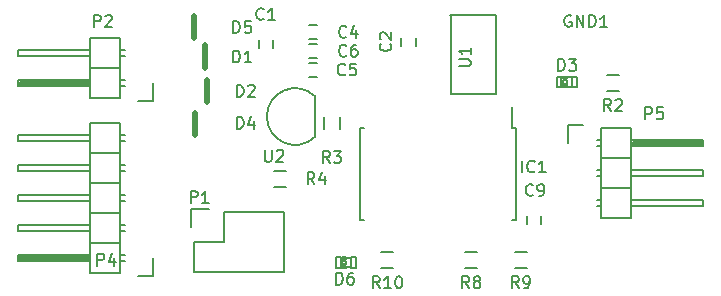
<source format=gto>
G04 #@! TF.FileFunction,Legend,Top*
%FSLAX46Y46*%
G04 Gerber Fmt 4.6, Leading zero omitted, Abs format (unit mm)*
G04 Created by KiCad (PCBNEW 0.201507042246+5884~23~ubuntu14.04.1-product) date Wed 08 Jul 2015 10:22:00 AM CEST*
%MOMM*%
G01*
G04 APERTURE LIST*
%ADD10C,0.100000*%
%ADD11C,0.150000*%
%ADD12C,0.500000*%
G04 APERTURE END LIST*
D10*
D11*
X119500000Y-124250000D02*
X119500000Y-123550000D01*
X120700000Y-123550000D02*
X120700000Y-124250000D01*
X131600000Y-124050000D02*
X131600000Y-123350000D01*
X132800000Y-123350000D02*
X132800000Y-124050000D01*
X123750000Y-125500000D02*
X124450000Y-125500000D01*
X124450000Y-126700000D02*
X123750000Y-126700000D01*
X149000000Y-126525000D02*
X150000000Y-126525000D01*
X150000000Y-127875000D02*
X149000000Y-127875000D01*
X126375000Y-130100000D02*
X126375000Y-131100000D01*
X125025000Y-131100000D02*
X125025000Y-130100000D01*
X121800000Y-135975000D02*
X120800000Y-135975000D01*
X120800000Y-134625000D02*
X121800000Y-134625000D01*
X137000000Y-141525000D02*
X138000000Y-141525000D01*
X138000000Y-142875000D02*
X137000000Y-142875000D01*
X145150420Y-126650420D02*
X145150420Y-127549580D01*
X145150420Y-127549580D02*
X144751640Y-127549580D01*
X144751640Y-126650420D02*
X144751640Y-127549580D01*
X145150420Y-126650420D02*
X144751640Y-126650420D01*
X146448360Y-126650420D02*
X146448360Y-127549580D01*
X146448360Y-127549580D02*
X146049580Y-127549580D01*
X146049580Y-126650420D02*
X146049580Y-127549580D01*
X146448360Y-126650420D02*
X146049580Y-126650420D01*
X145600000Y-126650420D02*
X145600000Y-126800280D01*
X145600000Y-126800280D02*
X145300280Y-126800280D01*
X145300280Y-126650420D02*
X145300280Y-126800280D01*
X145600000Y-126650420D02*
X145300280Y-126650420D01*
X145600000Y-127399720D02*
X145600000Y-127549580D01*
X145600000Y-127549580D02*
X145300280Y-127549580D01*
X145300280Y-127399720D02*
X145300280Y-127549580D01*
X145600000Y-127399720D02*
X145300280Y-127399720D01*
X145600000Y-126950140D02*
X145600000Y-127249860D01*
X145600000Y-127249860D02*
X145300280Y-127249860D01*
X145300280Y-126950140D02*
X145300280Y-127249860D01*
X145600000Y-126950140D02*
X145300280Y-126950140D01*
X145150420Y-126701220D02*
X146049580Y-126701220D01*
X145150420Y-127498780D02*
X146049580Y-127498780D01*
X141275000Y-131025000D02*
X140940000Y-131025000D01*
X141275000Y-138775000D02*
X140940000Y-138775000D01*
X128125000Y-138775000D02*
X128460000Y-138775000D01*
X128125000Y-131025000D02*
X128460000Y-131025000D01*
X141275000Y-131025000D02*
X141275000Y-138775000D01*
X128125000Y-131025000D02*
X128125000Y-138775000D01*
X140940000Y-131025000D02*
X140940000Y-129225000D01*
X110600000Y-128750000D02*
X110600000Y-127200000D01*
X109300000Y-128750000D02*
X110600000Y-128750000D01*
X105109000Y-127327000D02*
X99267000Y-127327000D01*
X99267000Y-127327000D02*
X99267000Y-127073000D01*
X99267000Y-127073000D02*
X105109000Y-127073000D01*
X105109000Y-127073000D02*
X105109000Y-127200000D01*
X105109000Y-127200000D02*
X99267000Y-127200000D01*
X107776000Y-127454000D02*
X108157000Y-127454000D01*
X107776000Y-126946000D02*
X108157000Y-126946000D01*
X107776000Y-124914000D02*
X108157000Y-124914000D01*
X107776000Y-124406000D02*
X108157000Y-124406000D01*
X107776000Y-128470000D02*
X105236000Y-128470000D01*
X107776000Y-125930000D02*
X105236000Y-125930000D01*
X107776000Y-125930000D02*
X107776000Y-123390000D01*
X107776000Y-123390000D02*
X105236000Y-123390000D01*
X105236000Y-124914000D02*
X99140000Y-124914000D01*
X99140000Y-124914000D02*
X99140000Y-124406000D01*
X99140000Y-124406000D02*
X105236000Y-124406000D01*
X105236000Y-123390000D02*
X105236000Y-125930000D01*
X105236000Y-125930000D02*
X105236000Y-128470000D01*
X99140000Y-126946000D02*
X105236000Y-126946000D01*
X99140000Y-127454000D02*
X99140000Y-126946000D01*
X105236000Y-127454000D02*
X99140000Y-127454000D01*
X107776000Y-125930000D02*
X105236000Y-125930000D01*
X107776000Y-128470000D02*
X107776000Y-125930000D01*
X141200000Y-141525000D02*
X142200000Y-141525000D01*
X142200000Y-142875000D02*
X141200000Y-142875000D01*
X123750000Y-122300000D02*
X124450000Y-122300000D01*
X124450000Y-123500000D02*
X123750000Y-123500000D01*
X123750000Y-123900000D02*
X124450000Y-123900000D01*
X124450000Y-125100000D02*
X123750000Y-125100000D01*
D12*
X114100000Y-129700000D02*
X114100000Y-131600000D01*
X114000000Y-121500000D02*
X114000000Y-123400000D01*
X115000000Y-125900000D02*
X115000000Y-124000000D01*
X115100000Y-128800000D02*
X115100000Y-126900000D01*
D11*
X142200000Y-139150000D02*
X142200000Y-138450000D01*
X143400000Y-138450000D02*
X143400000Y-139150000D01*
X145700000Y-130750000D02*
X145700000Y-132300000D01*
X147000000Y-130750000D02*
X145700000Y-130750000D01*
X151191000Y-132173000D02*
X157033000Y-132173000D01*
X157033000Y-132173000D02*
X157033000Y-132427000D01*
X157033000Y-132427000D02*
X151191000Y-132427000D01*
X151191000Y-132427000D02*
X151191000Y-132300000D01*
X151191000Y-132300000D02*
X157033000Y-132300000D01*
X148524000Y-132046000D02*
X148143000Y-132046000D01*
X148524000Y-132554000D02*
X148143000Y-132554000D01*
X148524000Y-134586000D02*
X148143000Y-134586000D01*
X148524000Y-135094000D02*
X148143000Y-135094000D01*
X148524000Y-137126000D02*
X148143000Y-137126000D01*
X148524000Y-137634000D02*
X148143000Y-137634000D01*
X151064000Y-133570000D02*
X151064000Y-131030000D01*
X157160000Y-132554000D02*
X151064000Y-132554000D01*
X157160000Y-132046000D02*
X157160000Y-132554000D01*
X151064000Y-132046000D02*
X157160000Y-132046000D01*
X148524000Y-133570000D02*
X151064000Y-133570000D01*
X148524000Y-131030000D02*
X148524000Y-133570000D01*
X148524000Y-131030000D02*
X151064000Y-131030000D01*
X148524000Y-136110000D02*
X151064000Y-136110000D01*
X148524000Y-136110000D02*
X148524000Y-138650000D01*
X151064000Y-137126000D02*
X157160000Y-137126000D01*
X157160000Y-137126000D02*
X157160000Y-137634000D01*
X157160000Y-137634000D02*
X151064000Y-137634000D01*
X151064000Y-138650000D02*
X151064000Y-136110000D01*
X151064000Y-136110000D02*
X151064000Y-133570000D01*
X157160000Y-135094000D02*
X151064000Y-135094000D01*
X157160000Y-134586000D02*
X157160000Y-135094000D01*
X151064000Y-134586000D02*
X157160000Y-134586000D01*
X148524000Y-136110000D02*
X151064000Y-136110000D01*
X148524000Y-133570000D02*
X148524000Y-136110000D01*
X148524000Y-133570000D02*
X151064000Y-133570000D01*
X148524000Y-138650000D02*
X151064000Y-138650000D01*
X121650000Y-138130000D02*
X116570000Y-138130000D01*
X113750000Y-137850000D02*
X115300000Y-137850000D01*
X114030000Y-140670000D02*
X116570000Y-140670000D01*
X116570000Y-140670000D02*
X116570000Y-138130000D01*
X121650000Y-138130000D02*
X121650000Y-143210000D01*
X121650000Y-143210000D02*
X116570000Y-143210000D01*
X113750000Y-137850000D02*
X113750000Y-139400000D01*
X114030000Y-143210000D02*
X114030000Y-140670000D01*
X116570000Y-143210000D02*
X114030000Y-143210000D01*
X139600000Y-121450000D02*
X139600000Y-128150000D01*
X139600000Y-128150000D02*
X135800000Y-128150000D01*
X135800000Y-128150000D02*
X135800000Y-121450000D01*
X135750000Y-121450000D02*
X139600000Y-121450000D01*
X124300000Y-131730000D02*
X124300000Y-128330000D01*
X124297056Y-131727056D02*
G75*
G02X120200000Y-130030000I-1697056J1697056D01*
G01*
X124297056Y-128332944D02*
G75*
G03X120200000Y-130030000I-1697056J-1697056D01*
G01*
X107776000Y-133110000D02*
X105236000Y-133110000D01*
X105236000Y-130570000D02*
X105236000Y-133110000D01*
X99140000Y-131586000D02*
X105236000Y-131586000D01*
X99140000Y-132094000D02*
X99140000Y-131586000D01*
X105236000Y-132094000D02*
X99140000Y-132094000D01*
X107776000Y-130570000D02*
X105236000Y-130570000D01*
X107776000Y-133110000D02*
X107776000Y-130570000D01*
X107776000Y-133110000D02*
X105236000Y-133110000D01*
X107776000Y-132094000D02*
X108157000Y-132094000D01*
X107776000Y-131586000D02*
X108157000Y-131586000D01*
X110600000Y-143550000D02*
X110600000Y-142000000D01*
X109300000Y-143550000D02*
X110600000Y-143550000D01*
X105109000Y-142127000D02*
X99267000Y-142127000D01*
X99267000Y-142127000D02*
X99267000Y-141873000D01*
X99267000Y-141873000D02*
X105109000Y-141873000D01*
X105109000Y-141873000D02*
X105109000Y-142000000D01*
X105109000Y-142000000D02*
X99267000Y-142000000D01*
X107776000Y-142254000D02*
X108157000Y-142254000D01*
X107776000Y-141746000D02*
X108157000Y-141746000D01*
X107776000Y-139714000D02*
X108157000Y-139714000D01*
X107776000Y-139206000D02*
X108157000Y-139206000D01*
X107776000Y-137174000D02*
X108157000Y-137174000D01*
X107776000Y-136666000D02*
X108157000Y-136666000D01*
X107776000Y-134126000D02*
X108157000Y-134126000D01*
X107776000Y-134634000D02*
X108157000Y-134634000D01*
X107776000Y-143270000D02*
X105236000Y-143270000D01*
X107776000Y-140730000D02*
X105236000Y-140730000D01*
X107776000Y-140730000D02*
X107776000Y-138190000D01*
X107776000Y-138190000D02*
X105236000Y-138190000D01*
X105236000Y-139714000D02*
X99140000Y-139714000D01*
X99140000Y-139714000D02*
X99140000Y-139206000D01*
X99140000Y-139206000D02*
X105236000Y-139206000D01*
X105236000Y-138190000D02*
X105236000Y-140730000D01*
X105236000Y-140730000D02*
X105236000Y-143270000D01*
X99140000Y-141746000D02*
X105236000Y-141746000D01*
X99140000Y-142254000D02*
X99140000Y-141746000D01*
X105236000Y-142254000D02*
X99140000Y-142254000D01*
X107776000Y-140730000D02*
X105236000Y-140730000D01*
X107776000Y-143270000D02*
X107776000Y-140730000D01*
X107776000Y-135650000D02*
X105236000Y-135650000D01*
X107776000Y-135650000D02*
X107776000Y-133110000D01*
X107776000Y-133110000D02*
X105236000Y-133110000D01*
X105236000Y-134634000D02*
X99140000Y-134634000D01*
X99140000Y-134634000D02*
X99140000Y-134126000D01*
X99140000Y-134126000D02*
X105236000Y-134126000D01*
X105236000Y-133110000D02*
X105236000Y-135650000D01*
X105236000Y-135650000D02*
X105236000Y-138190000D01*
X99140000Y-136666000D02*
X105236000Y-136666000D01*
X99140000Y-137174000D02*
X99140000Y-136666000D01*
X105236000Y-137174000D02*
X99140000Y-137174000D01*
X107776000Y-135650000D02*
X105236000Y-135650000D01*
X107776000Y-138190000D02*
X107776000Y-135650000D01*
X107776000Y-138190000D02*
X105236000Y-138190000D01*
X126450420Y-141950420D02*
X126450420Y-142849580D01*
X126450420Y-142849580D02*
X126051640Y-142849580D01*
X126051640Y-141950420D02*
X126051640Y-142849580D01*
X126450420Y-141950420D02*
X126051640Y-141950420D01*
X127748360Y-141950420D02*
X127748360Y-142849580D01*
X127748360Y-142849580D02*
X127349580Y-142849580D01*
X127349580Y-141950420D02*
X127349580Y-142849580D01*
X127748360Y-141950420D02*
X127349580Y-141950420D01*
X126900000Y-141950420D02*
X126900000Y-142100280D01*
X126900000Y-142100280D02*
X126600280Y-142100280D01*
X126600280Y-141950420D02*
X126600280Y-142100280D01*
X126900000Y-141950420D02*
X126600280Y-141950420D01*
X126900000Y-142699720D02*
X126900000Y-142849580D01*
X126900000Y-142849580D02*
X126600280Y-142849580D01*
X126600280Y-142699720D02*
X126600280Y-142849580D01*
X126900000Y-142699720D02*
X126600280Y-142699720D01*
X126900000Y-142250140D02*
X126900000Y-142549860D01*
X126900000Y-142549860D02*
X126600280Y-142549860D01*
X126600280Y-142250140D02*
X126600280Y-142549860D01*
X126900000Y-142250140D02*
X126600280Y-142250140D01*
X126450420Y-142001220D02*
X127349580Y-142001220D01*
X126450420Y-142798780D02*
X127349580Y-142798780D01*
X129900000Y-141525000D02*
X130900000Y-141525000D01*
X130900000Y-142875000D02*
X129900000Y-142875000D01*
X119933334Y-121757143D02*
X119885715Y-121804762D01*
X119742858Y-121852381D01*
X119647620Y-121852381D01*
X119504762Y-121804762D01*
X119409524Y-121709524D01*
X119361905Y-121614286D01*
X119314286Y-121423810D01*
X119314286Y-121280952D01*
X119361905Y-121090476D01*
X119409524Y-120995238D01*
X119504762Y-120900000D01*
X119647620Y-120852381D01*
X119742858Y-120852381D01*
X119885715Y-120900000D01*
X119933334Y-120947619D01*
X120885715Y-121852381D02*
X120314286Y-121852381D01*
X120600000Y-121852381D02*
X120600000Y-120852381D01*
X120504762Y-120995238D01*
X120409524Y-121090476D01*
X120314286Y-121138095D01*
X130657143Y-123866666D02*
X130704762Y-123914285D01*
X130752381Y-124057142D01*
X130752381Y-124152380D01*
X130704762Y-124295238D01*
X130609524Y-124390476D01*
X130514286Y-124438095D01*
X130323810Y-124485714D01*
X130180952Y-124485714D01*
X129990476Y-124438095D01*
X129895238Y-124390476D01*
X129800000Y-124295238D01*
X129752381Y-124152380D01*
X129752381Y-124057142D01*
X129800000Y-123914285D01*
X129847619Y-123866666D01*
X129847619Y-123485714D02*
X129800000Y-123438095D01*
X129752381Y-123342857D01*
X129752381Y-123104761D01*
X129800000Y-123009523D01*
X129847619Y-122961904D01*
X129942857Y-122914285D01*
X130038095Y-122914285D01*
X130180952Y-122961904D01*
X130752381Y-123533333D01*
X130752381Y-122914285D01*
X126833334Y-126457143D02*
X126785715Y-126504762D01*
X126642858Y-126552381D01*
X126547620Y-126552381D01*
X126404762Y-126504762D01*
X126309524Y-126409524D01*
X126261905Y-126314286D01*
X126214286Y-126123810D01*
X126214286Y-125980952D01*
X126261905Y-125790476D01*
X126309524Y-125695238D01*
X126404762Y-125600000D01*
X126547620Y-125552381D01*
X126642858Y-125552381D01*
X126785715Y-125600000D01*
X126833334Y-125647619D01*
X127738096Y-125552381D02*
X127261905Y-125552381D01*
X127214286Y-126028571D01*
X127261905Y-125980952D01*
X127357143Y-125933333D01*
X127595239Y-125933333D01*
X127690477Y-125980952D01*
X127738096Y-126028571D01*
X127785715Y-126123810D01*
X127785715Y-126361905D01*
X127738096Y-126457143D01*
X127690477Y-126504762D01*
X127595239Y-126552381D01*
X127357143Y-126552381D01*
X127261905Y-126504762D01*
X127214286Y-126457143D01*
X149333334Y-129552381D02*
X149000000Y-129076190D01*
X148761905Y-129552381D02*
X148761905Y-128552381D01*
X149142858Y-128552381D01*
X149238096Y-128600000D01*
X149285715Y-128647619D01*
X149333334Y-128742857D01*
X149333334Y-128885714D01*
X149285715Y-128980952D01*
X149238096Y-129028571D01*
X149142858Y-129076190D01*
X148761905Y-129076190D01*
X149714286Y-128647619D02*
X149761905Y-128600000D01*
X149857143Y-128552381D01*
X150095239Y-128552381D01*
X150190477Y-128600000D01*
X150238096Y-128647619D01*
X150285715Y-128742857D01*
X150285715Y-128838095D01*
X150238096Y-128980952D01*
X149666667Y-129552381D01*
X150285715Y-129552381D01*
X125533334Y-133952381D02*
X125200000Y-133476190D01*
X124961905Y-133952381D02*
X124961905Y-132952381D01*
X125342858Y-132952381D01*
X125438096Y-133000000D01*
X125485715Y-133047619D01*
X125533334Y-133142857D01*
X125533334Y-133285714D01*
X125485715Y-133380952D01*
X125438096Y-133428571D01*
X125342858Y-133476190D01*
X124961905Y-133476190D01*
X125866667Y-132952381D02*
X126485715Y-132952381D01*
X126152381Y-133333333D01*
X126295239Y-133333333D01*
X126390477Y-133380952D01*
X126438096Y-133428571D01*
X126485715Y-133523810D01*
X126485715Y-133761905D01*
X126438096Y-133857143D01*
X126390477Y-133904762D01*
X126295239Y-133952381D01*
X126009524Y-133952381D01*
X125914286Y-133904762D01*
X125866667Y-133857143D01*
X124233334Y-135752381D02*
X123900000Y-135276190D01*
X123661905Y-135752381D02*
X123661905Y-134752381D01*
X124042858Y-134752381D01*
X124138096Y-134800000D01*
X124185715Y-134847619D01*
X124233334Y-134942857D01*
X124233334Y-135085714D01*
X124185715Y-135180952D01*
X124138096Y-135228571D01*
X124042858Y-135276190D01*
X123661905Y-135276190D01*
X125090477Y-135085714D02*
X125090477Y-135752381D01*
X124852381Y-134704762D02*
X124614286Y-135419048D01*
X125233334Y-135419048D01*
X137333334Y-144552381D02*
X137000000Y-144076190D01*
X136761905Y-144552381D02*
X136761905Y-143552381D01*
X137142858Y-143552381D01*
X137238096Y-143600000D01*
X137285715Y-143647619D01*
X137333334Y-143742857D01*
X137333334Y-143885714D01*
X137285715Y-143980952D01*
X137238096Y-144028571D01*
X137142858Y-144076190D01*
X136761905Y-144076190D01*
X137904762Y-143980952D02*
X137809524Y-143933333D01*
X137761905Y-143885714D01*
X137714286Y-143790476D01*
X137714286Y-143742857D01*
X137761905Y-143647619D01*
X137809524Y-143600000D01*
X137904762Y-143552381D01*
X138095239Y-143552381D01*
X138190477Y-143600000D01*
X138238096Y-143647619D01*
X138285715Y-143742857D01*
X138285715Y-143790476D01*
X138238096Y-143885714D01*
X138190477Y-143933333D01*
X138095239Y-143980952D01*
X137904762Y-143980952D01*
X137809524Y-144028571D01*
X137761905Y-144076190D01*
X137714286Y-144171429D01*
X137714286Y-144361905D01*
X137761905Y-144457143D01*
X137809524Y-144504762D01*
X137904762Y-144552381D01*
X138095239Y-144552381D01*
X138190477Y-144504762D01*
X138238096Y-144457143D01*
X138285715Y-144361905D01*
X138285715Y-144171429D01*
X138238096Y-144076190D01*
X138190477Y-144028571D01*
X138095239Y-143980952D01*
X144861905Y-126152381D02*
X144861905Y-125152381D01*
X145100000Y-125152381D01*
X145242858Y-125200000D01*
X145338096Y-125295238D01*
X145385715Y-125390476D01*
X145433334Y-125580952D01*
X145433334Y-125723810D01*
X145385715Y-125914286D01*
X145338096Y-126009524D01*
X145242858Y-126104762D01*
X145100000Y-126152381D01*
X144861905Y-126152381D01*
X145766667Y-125152381D02*
X146385715Y-125152381D01*
X146052381Y-125533333D01*
X146195239Y-125533333D01*
X146290477Y-125580952D01*
X146338096Y-125628571D01*
X146385715Y-125723810D01*
X146385715Y-125961905D01*
X146338096Y-126057143D01*
X146290477Y-126104762D01*
X146195239Y-126152381D01*
X145909524Y-126152381D01*
X145814286Y-126104762D01*
X145766667Y-126057143D01*
X141823810Y-134752381D02*
X141823810Y-133752381D01*
X142871429Y-134657143D02*
X142823810Y-134704762D01*
X142680953Y-134752381D01*
X142585715Y-134752381D01*
X142442857Y-134704762D01*
X142347619Y-134609524D01*
X142300000Y-134514286D01*
X142252381Y-134323810D01*
X142252381Y-134180952D01*
X142300000Y-133990476D01*
X142347619Y-133895238D01*
X142442857Y-133800000D01*
X142585715Y-133752381D01*
X142680953Y-133752381D01*
X142823810Y-133800000D01*
X142871429Y-133847619D01*
X143823810Y-134752381D02*
X143252381Y-134752381D01*
X143538095Y-134752381D02*
X143538095Y-133752381D01*
X143442857Y-133895238D01*
X143347619Y-133990476D01*
X143252381Y-134038095D01*
X105561905Y-122452381D02*
X105561905Y-121452381D01*
X105942858Y-121452381D01*
X106038096Y-121500000D01*
X106085715Y-121547619D01*
X106133334Y-121642857D01*
X106133334Y-121785714D01*
X106085715Y-121880952D01*
X106038096Y-121928571D01*
X105942858Y-121976190D01*
X105561905Y-121976190D01*
X106514286Y-121547619D02*
X106561905Y-121500000D01*
X106657143Y-121452381D01*
X106895239Y-121452381D01*
X106990477Y-121500000D01*
X107038096Y-121547619D01*
X107085715Y-121642857D01*
X107085715Y-121738095D01*
X107038096Y-121880952D01*
X106466667Y-122452381D01*
X107085715Y-122452381D01*
X141533334Y-144552381D02*
X141200000Y-144076190D01*
X140961905Y-144552381D02*
X140961905Y-143552381D01*
X141342858Y-143552381D01*
X141438096Y-143600000D01*
X141485715Y-143647619D01*
X141533334Y-143742857D01*
X141533334Y-143885714D01*
X141485715Y-143980952D01*
X141438096Y-144028571D01*
X141342858Y-144076190D01*
X140961905Y-144076190D01*
X142009524Y-144552381D02*
X142200000Y-144552381D01*
X142295239Y-144504762D01*
X142342858Y-144457143D01*
X142438096Y-144314286D01*
X142485715Y-144123810D01*
X142485715Y-143742857D01*
X142438096Y-143647619D01*
X142390477Y-143600000D01*
X142295239Y-143552381D01*
X142104762Y-143552381D01*
X142009524Y-143600000D01*
X141961905Y-143647619D01*
X141914286Y-143742857D01*
X141914286Y-143980952D01*
X141961905Y-144076190D01*
X142009524Y-144123810D01*
X142104762Y-144171429D01*
X142295239Y-144171429D01*
X142390477Y-144123810D01*
X142438096Y-144076190D01*
X142485715Y-143980952D01*
X126933334Y-123257143D02*
X126885715Y-123304762D01*
X126742858Y-123352381D01*
X126647620Y-123352381D01*
X126504762Y-123304762D01*
X126409524Y-123209524D01*
X126361905Y-123114286D01*
X126314286Y-122923810D01*
X126314286Y-122780952D01*
X126361905Y-122590476D01*
X126409524Y-122495238D01*
X126504762Y-122400000D01*
X126647620Y-122352381D01*
X126742858Y-122352381D01*
X126885715Y-122400000D01*
X126933334Y-122447619D01*
X127790477Y-122685714D02*
X127790477Y-123352381D01*
X127552381Y-122304762D02*
X127314286Y-123019048D01*
X127933334Y-123019048D01*
X126933334Y-124857143D02*
X126885715Y-124904762D01*
X126742858Y-124952381D01*
X126647620Y-124952381D01*
X126504762Y-124904762D01*
X126409524Y-124809524D01*
X126361905Y-124714286D01*
X126314286Y-124523810D01*
X126314286Y-124380952D01*
X126361905Y-124190476D01*
X126409524Y-124095238D01*
X126504762Y-124000000D01*
X126647620Y-123952381D01*
X126742858Y-123952381D01*
X126885715Y-124000000D01*
X126933334Y-124047619D01*
X127790477Y-123952381D02*
X127600000Y-123952381D01*
X127504762Y-124000000D01*
X127457143Y-124047619D01*
X127361905Y-124190476D01*
X127314286Y-124380952D01*
X127314286Y-124761905D01*
X127361905Y-124857143D01*
X127409524Y-124904762D01*
X127504762Y-124952381D01*
X127695239Y-124952381D01*
X127790477Y-124904762D01*
X127838096Y-124857143D01*
X127885715Y-124761905D01*
X127885715Y-124523810D01*
X127838096Y-124428571D01*
X127790477Y-124380952D01*
X127695239Y-124333333D01*
X127504762Y-124333333D01*
X127409524Y-124380952D01*
X127361905Y-124428571D01*
X127314286Y-124523810D01*
X117661905Y-131052381D02*
X117661905Y-130052381D01*
X117900000Y-130052381D01*
X118042858Y-130100000D01*
X118138096Y-130195238D01*
X118185715Y-130290476D01*
X118233334Y-130480952D01*
X118233334Y-130623810D01*
X118185715Y-130814286D01*
X118138096Y-130909524D01*
X118042858Y-131004762D01*
X117900000Y-131052381D01*
X117661905Y-131052381D01*
X119090477Y-130385714D02*
X119090477Y-131052381D01*
X118852381Y-130004762D02*
X118614286Y-130719048D01*
X119233334Y-130719048D01*
X117361905Y-122952381D02*
X117361905Y-121952381D01*
X117600000Y-121952381D01*
X117742858Y-122000000D01*
X117838096Y-122095238D01*
X117885715Y-122190476D01*
X117933334Y-122380952D01*
X117933334Y-122523810D01*
X117885715Y-122714286D01*
X117838096Y-122809524D01*
X117742858Y-122904762D01*
X117600000Y-122952381D01*
X117361905Y-122952381D01*
X118838096Y-121952381D02*
X118361905Y-121952381D01*
X118314286Y-122428571D01*
X118361905Y-122380952D01*
X118457143Y-122333333D01*
X118695239Y-122333333D01*
X118790477Y-122380952D01*
X118838096Y-122428571D01*
X118885715Y-122523810D01*
X118885715Y-122761905D01*
X118838096Y-122857143D01*
X118790477Y-122904762D01*
X118695239Y-122952381D01*
X118457143Y-122952381D01*
X118361905Y-122904762D01*
X118314286Y-122857143D01*
X117361905Y-125452381D02*
X117361905Y-124452381D01*
X117600000Y-124452381D01*
X117742858Y-124500000D01*
X117838096Y-124595238D01*
X117885715Y-124690476D01*
X117933334Y-124880952D01*
X117933334Y-125023810D01*
X117885715Y-125214286D01*
X117838096Y-125309524D01*
X117742858Y-125404762D01*
X117600000Y-125452381D01*
X117361905Y-125452381D01*
X118885715Y-125452381D02*
X118314286Y-125452381D01*
X118600000Y-125452381D02*
X118600000Y-124452381D01*
X118504762Y-124595238D01*
X118409524Y-124690476D01*
X118314286Y-124738095D01*
X117661905Y-128352381D02*
X117661905Y-127352381D01*
X117900000Y-127352381D01*
X118042858Y-127400000D01*
X118138096Y-127495238D01*
X118185715Y-127590476D01*
X118233334Y-127780952D01*
X118233334Y-127923810D01*
X118185715Y-128114286D01*
X118138096Y-128209524D01*
X118042858Y-128304762D01*
X117900000Y-128352381D01*
X117661905Y-128352381D01*
X118614286Y-127447619D02*
X118661905Y-127400000D01*
X118757143Y-127352381D01*
X118995239Y-127352381D01*
X119090477Y-127400000D01*
X119138096Y-127447619D01*
X119185715Y-127542857D01*
X119185715Y-127638095D01*
X119138096Y-127780952D01*
X118566667Y-128352381D01*
X119185715Y-128352381D01*
X142733334Y-136657143D02*
X142685715Y-136704762D01*
X142542858Y-136752381D01*
X142447620Y-136752381D01*
X142304762Y-136704762D01*
X142209524Y-136609524D01*
X142161905Y-136514286D01*
X142114286Y-136323810D01*
X142114286Y-136180952D01*
X142161905Y-135990476D01*
X142209524Y-135895238D01*
X142304762Y-135800000D01*
X142447620Y-135752381D01*
X142542858Y-135752381D01*
X142685715Y-135800000D01*
X142733334Y-135847619D01*
X143209524Y-136752381D02*
X143400000Y-136752381D01*
X143495239Y-136704762D01*
X143542858Y-136657143D01*
X143638096Y-136514286D01*
X143685715Y-136323810D01*
X143685715Y-135942857D01*
X143638096Y-135847619D01*
X143590477Y-135800000D01*
X143495239Y-135752381D01*
X143304762Y-135752381D01*
X143209524Y-135800000D01*
X143161905Y-135847619D01*
X143114286Y-135942857D01*
X143114286Y-136180952D01*
X143161905Y-136276190D01*
X143209524Y-136323810D01*
X143304762Y-136371429D01*
X143495239Y-136371429D01*
X143590477Y-136323810D01*
X143638096Y-136276190D01*
X143685715Y-136180952D01*
X152261905Y-130252381D02*
X152261905Y-129252381D01*
X152642858Y-129252381D01*
X152738096Y-129300000D01*
X152785715Y-129347619D01*
X152833334Y-129442857D01*
X152833334Y-129585714D01*
X152785715Y-129680952D01*
X152738096Y-129728571D01*
X152642858Y-129776190D01*
X152261905Y-129776190D01*
X153738096Y-129252381D02*
X153261905Y-129252381D01*
X153214286Y-129728571D01*
X153261905Y-129680952D01*
X153357143Y-129633333D01*
X153595239Y-129633333D01*
X153690477Y-129680952D01*
X153738096Y-129728571D01*
X153785715Y-129823810D01*
X153785715Y-130061905D01*
X153738096Y-130157143D01*
X153690477Y-130204762D01*
X153595239Y-130252381D01*
X153357143Y-130252381D01*
X153261905Y-130204762D01*
X153214286Y-130157143D01*
X113761905Y-137352381D02*
X113761905Y-136352381D01*
X114142858Y-136352381D01*
X114238096Y-136400000D01*
X114285715Y-136447619D01*
X114333334Y-136542857D01*
X114333334Y-136685714D01*
X114285715Y-136780952D01*
X114238096Y-136828571D01*
X114142858Y-136876190D01*
X113761905Y-136876190D01*
X115285715Y-137352381D02*
X114714286Y-137352381D01*
X115000000Y-137352381D02*
X115000000Y-136352381D01*
X114904762Y-136495238D01*
X114809524Y-136590476D01*
X114714286Y-136638095D01*
X136452381Y-125761905D02*
X137261905Y-125761905D01*
X137357143Y-125714286D01*
X137404762Y-125666667D01*
X137452381Y-125571429D01*
X137452381Y-125380952D01*
X137404762Y-125285714D01*
X137357143Y-125238095D01*
X137261905Y-125190476D01*
X136452381Y-125190476D01*
X137452381Y-124190476D02*
X137452381Y-124761905D01*
X137452381Y-124476191D02*
X136452381Y-124476191D01*
X136595238Y-124571429D01*
X136690476Y-124666667D01*
X136738095Y-124761905D01*
X120038095Y-132852381D02*
X120038095Y-133661905D01*
X120085714Y-133757143D01*
X120133333Y-133804762D01*
X120228571Y-133852381D01*
X120419048Y-133852381D01*
X120514286Y-133804762D01*
X120561905Y-133757143D01*
X120609524Y-133661905D01*
X120609524Y-132852381D01*
X121038095Y-132947619D02*
X121085714Y-132900000D01*
X121180952Y-132852381D01*
X121419048Y-132852381D01*
X121514286Y-132900000D01*
X121561905Y-132947619D01*
X121609524Y-133042857D01*
X121609524Y-133138095D01*
X121561905Y-133280952D01*
X120990476Y-133852381D01*
X121609524Y-133852381D01*
X105861905Y-142652381D02*
X105861905Y-141652381D01*
X106242858Y-141652381D01*
X106338096Y-141700000D01*
X106385715Y-141747619D01*
X106433334Y-141842857D01*
X106433334Y-141985714D01*
X106385715Y-142080952D01*
X106338096Y-142128571D01*
X106242858Y-142176190D01*
X105861905Y-142176190D01*
X107290477Y-141985714D02*
X107290477Y-142652381D01*
X107052381Y-141604762D02*
X106814286Y-142319048D01*
X107433334Y-142319048D01*
X126061905Y-144252381D02*
X126061905Y-143252381D01*
X126300000Y-143252381D01*
X126442858Y-143300000D01*
X126538096Y-143395238D01*
X126585715Y-143490476D01*
X126633334Y-143680952D01*
X126633334Y-143823810D01*
X126585715Y-144014286D01*
X126538096Y-144109524D01*
X126442858Y-144204762D01*
X126300000Y-144252381D01*
X126061905Y-144252381D01*
X127490477Y-143252381D02*
X127300000Y-143252381D01*
X127204762Y-143300000D01*
X127157143Y-143347619D01*
X127061905Y-143490476D01*
X127014286Y-143680952D01*
X127014286Y-144061905D01*
X127061905Y-144157143D01*
X127109524Y-144204762D01*
X127204762Y-144252381D01*
X127395239Y-144252381D01*
X127490477Y-144204762D01*
X127538096Y-144157143D01*
X127585715Y-144061905D01*
X127585715Y-143823810D01*
X127538096Y-143728571D01*
X127490477Y-143680952D01*
X127395239Y-143633333D01*
X127204762Y-143633333D01*
X127109524Y-143680952D01*
X127061905Y-143728571D01*
X127014286Y-143823810D01*
X129757143Y-144552381D02*
X129423809Y-144076190D01*
X129185714Y-144552381D02*
X129185714Y-143552381D01*
X129566667Y-143552381D01*
X129661905Y-143600000D01*
X129709524Y-143647619D01*
X129757143Y-143742857D01*
X129757143Y-143885714D01*
X129709524Y-143980952D01*
X129661905Y-144028571D01*
X129566667Y-144076190D01*
X129185714Y-144076190D01*
X130709524Y-144552381D02*
X130138095Y-144552381D01*
X130423809Y-144552381D02*
X130423809Y-143552381D01*
X130328571Y-143695238D01*
X130233333Y-143790476D01*
X130138095Y-143838095D01*
X131328571Y-143552381D02*
X131423810Y-143552381D01*
X131519048Y-143600000D01*
X131566667Y-143647619D01*
X131614286Y-143742857D01*
X131661905Y-143933333D01*
X131661905Y-144171429D01*
X131614286Y-144361905D01*
X131566667Y-144457143D01*
X131519048Y-144504762D01*
X131423810Y-144552381D01*
X131328571Y-144552381D01*
X131233333Y-144504762D01*
X131185714Y-144457143D01*
X131138095Y-144361905D01*
X131090476Y-144171429D01*
X131090476Y-143933333D01*
X131138095Y-143742857D01*
X131185714Y-143647619D01*
X131233333Y-143600000D01*
X131328571Y-143552381D01*
X145961905Y-121500000D02*
X145866667Y-121452381D01*
X145723810Y-121452381D01*
X145580952Y-121500000D01*
X145485714Y-121595238D01*
X145438095Y-121690476D01*
X145390476Y-121880952D01*
X145390476Y-122023810D01*
X145438095Y-122214286D01*
X145485714Y-122309524D01*
X145580952Y-122404762D01*
X145723810Y-122452381D01*
X145819048Y-122452381D01*
X145961905Y-122404762D01*
X146009524Y-122357143D01*
X146009524Y-122023810D01*
X145819048Y-122023810D01*
X146438095Y-122452381D02*
X146438095Y-121452381D01*
X147009524Y-122452381D01*
X147009524Y-121452381D01*
X147485714Y-122452381D02*
X147485714Y-121452381D01*
X147723809Y-121452381D01*
X147866667Y-121500000D01*
X147961905Y-121595238D01*
X148009524Y-121690476D01*
X148057143Y-121880952D01*
X148057143Y-122023810D01*
X148009524Y-122214286D01*
X147961905Y-122309524D01*
X147866667Y-122404762D01*
X147723809Y-122452381D01*
X147485714Y-122452381D01*
X149009524Y-122452381D02*
X148438095Y-122452381D01*
X148723809Y-122452381D02*
X148723809Y-121452381D01*
X148628571Y-121595238D01*
X148533333Y-121690476D01*
X148438095Y-121738095D01*
M02*

</source>
